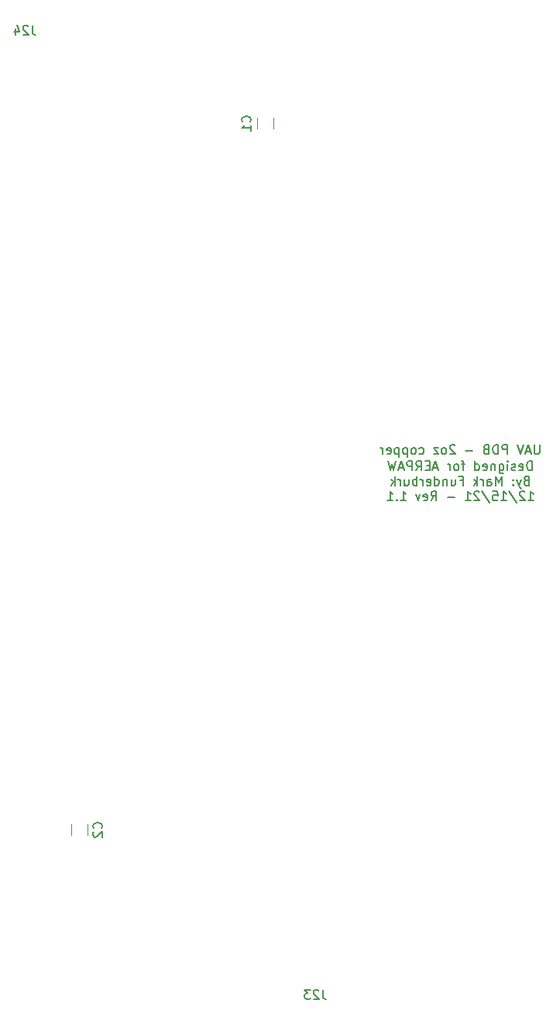
<source format=gbo>
%TF.GenerationSoftware,KiCad,Pcbnew,(5.1.12)-1*%
%TF.CreationDate,2021-12-14T20:27:31-05:00*%
%TF.ProjectId,PDB,5044422e-6b69-4636-9164-5f7063625858,rev?*%
%TF.SameCoordinates,Original*%
%TF.FileFunction,Legend,Bot*%
%TF.FilePolarity,Positive*%
%FSLAX46Y46*%
G04 Gerber Fmt 4.6, Leading zero omitted, Abs format (unit mm)*
G04 Created by KiCad (PCBNEW (5.1.12)-1) date 2021-12-14 20:27:31*
%MOMM*%
%LPD*%
G01*
G04 APERTURE LIST*
%ADD10C,0.150000*%
%ADD11C,0.120000*%
%ADD12C,1.400000*%
%ADD13R,3.500000X3.500000*%
%ADD14C,3.500000*%
%ADD15C,0.100000*%
%ADD16R,1.700000X1.700000*%
%ADD17O,1.700000X1.700000*%
%ADD18C,7.000000*%
%ADD19C,5.000000*%
%ADD20R,8.000000X14.000000*%
%ADD21C,4.000000*%
%ADD22C,6.400000*%
%ADD23R,6.000000X9.000000*%
%ADD24C,0.500000*%
%ADD25R,1.500000X1.500000*%
%ADD26C,1.500000*%
G04 APERTURE END LIST*
D10*
X260182857Y-117367814D02*
X260182857Y-118177338D01*
X260135238Y-118272576D01*
X260087619Y-118320195D01*
X259992380Y-118367814D01*
X259801904Y-118367814D01*
X259706666Y-118320195D01*
X259659047Y-118272576D01*
X259611428Y-118177338D01*
X259611428Y-117367814D01*
X259182857Y-118082100D02*
X258706666Y-118082100D01*
X259278095Y-118367814D02*
X258944761Y-117367814D01*
X258611428Y-118367814D01*
X258420952Y-117367814D02*
X258087619Y-118367814D01*
X257754285Y-117367814D01*
X256659047Y-118367814D02*
X256659047Y-117367814D01*
X256278095Y-117367814D01*
X256182857Y-117415434D01*
X256135238Y-117463053D01*
X256087619Y-117558291D01*
X256087619Y-117701148D01*
X256135238Y-117796386D01*
X256182857Y-117844005D01*
X256278095Y-117891624D01*
X256659047Y-117891624D01*
X255659047Y-118367814D02*
X255659047Y-117367814D01*
X255420952Y-117367814D01*
X255278095Y-117415434D01*
X255182857Y-117510672D01*
X255135238Y-117605910D01*
X255087619Y-117796386D01*
X255087619Y-117939243D01*
X255135238Y-118129719D01*
X255182857Y-118224957D01*
X255278095Y-118320195D01*
X255420952Y-118367814D01*
X255659047Y-118367814D01*
X254325714Y-117844005D02*
X254182857Y-117891624D01*
X254135238Y-117939243D01*
X254087619Y-118034481D01*
X254087619Y-118177338D01*
X254135238Y-118272576D01*
X254182857Y-118320195D01*
X254278095Y-118367814D01*
X254659047Y-118367814D01*
X254659047Y-117367814D01*
X254325714Y-117367814D01*
X254230476Y-117415434D01*
X254182857Y-117463053D01*
X254135238Y-117558291D01*
X254135238Y-117653529D01*
X254182857Y-117748767D01*
X254230476Y-117796386D01*
X254325714Y-117844005D01*
X254659047Y-117844005D01*
X252897142Y-117986862D02*
X252135238Y-117986862D01*
X250944761Y-117463053D02*
X250897142Y-117415434D01*
X250801904Y-117367814D01*
X250563809Y-117367814D01*
X250468571Y-117415434D01*
X250420952Y-117463053D01*
X250373333Y-117558291D01*
X250373333Y-117653529D01*
X250420952Y-117796386D01*
X250992380Y-118367814D01*
X250373333Y-118367814D01*
X249801904Y-118367814D02*
X249897142Y-118320195D01*
X249944761Y-118272576D01*
X249992380Y-118177338D01*
X249992380Y-117891624D01*
X249944761Y-117796386D01*
X249897142Y-117748767D01*
X249801904Y-117701148D01*
X249659047Y-117701148D01*
X249563809Y-117748767D01*
X249516190Y-117796386D01*
X249468571Y-117891624D01*
X249468571Y-118177338D01*
X249516190Y-118272576D01*
X249563809Y-118320195D01*
X249659047Y-118367814D01*
X249801904Y-118367814D01*
X249135238Y-117701148D02*
X248611428Y-117701148D01*
X249135238Y-118367814D01*
X248611428Y-118367814D01*
X247040000Y-118320195D02*
X247135238Y-118367814D01*
X247325714Y-118367814D01*
X247420952Y-118320195D01*
X247468571Y-118272576D01*
X247516190Y-118177338D01*
X247516190Y-117891624D01*
X247468571Y-117796386D01*
X247420952Y-117748767D01*
X247325714Y-117701148D01*
X247135238Y-117701148D01*
X247040000Y-117748767D01*
X246468571Y-118367814D02*
X246563809Y-118320195D01*
X246611428Y-118272576D01*
X246659047Y-118177338D01*
X246659047Y-117891624D01*
X246611428Y-117796386D01*
X246563809Y-117748767D01*
X246468571Y-117701148D01*
X246325714Y-117701148D01*
X246230476Y-117748767D01*
X246182857Y-117796386D01*
X246135238Y-117891624D01*
X246135238Y-118177338D01*
X246182857Y-118272576D01*
X246230476Y-118320195D01*
X246325714Y-118367814D01*
X246468571Y-118367814D01*
X245706666Y-117701148D02*
X245706666Y-118701148D01*
X245706666Y-117748767D02*
X245611428Y-117701148D01*
X245420952Y-117701148D01*
X245325714Y-117748767D01*
X245278095Y-117796386D01*
X245230476Y-117891624D01*
X245230476Y-118177338D01*
X245278095Y-118272576D01*
X245325714Y-118320195D01*
X245420952Y-118367814D01*
X245611428Y-118367814D01*
X245706666Y-118320195D01*
X244801904Y-117701148D02*
X244801904Y-118701148D01*
X244801904Y-117748767D02*
X244706666Y-117701148D01*
X244516190Y-117701148D01*
X244420952Y-117748767D01*
X244373333Y-117796386D01*
X244325714Y-117891624D01*
X244325714Y-118177338D01*
X244373333Y-118272576D01*
X244420952Y-118320195D01*
X244516190Y-118367814D01*
X244706666Y-118367814D01*
X244801904Y-118320195D01*
X243516190Y-118320195D02*
X243611428Y-118367814D01*
X243801904Y-118367814D01*
X243897142Y-118320195D01*
X243944761Y-118224957D01*
X243944761Y-117844005D01*
X243897142Y-117748767D01*
X243801904Y-117701148D01*
X243611428Y-117701148D01*
X243516190Y-117748767D01*
X243468571Y-117844005D01*
X243468571Y-117939243D01*
X243944761Y-118034481D01*
X243040000Y-118367814D02*
X243040000Y-117701148D01*
X243040000Y-117891624D02*
X242992380Y-117796386D01*
X242944761Y-117748767D01*
X242849523Y-117701148D01*
X242754285Y-117701148D01*
X259349523Y-120146814D02*
X259349523Y-119146814D01*
X259111428Y-119146814D01*
X258968571Y-119194434D01*
X258873333Y-119289672D01*
X258825714Y-119384910D01*
X258778095Y-119575386D01*
X258778095Y-119718243D01*
X258825714Y-119908719D01*
X258873333Y-120003957D01*
X258968571Y-120099195D01*
X259111428Y-120146814D01*
X259349523Y-120146814D01*
X257968571Y-120099195D02*
X258063809Y-120146814D01*
X258254285Y-120146814D01*
X258349523Y-120099195D01*
X258397142Y-120003957D01*
X258397142Y-119623005D01*
X258349523Y-119527767D01*
X258254285Y-119480148D01*
X258063809Y-119480148D01*
X257968571Y-119527767D01*
X257920952Y-119623005D01*
X257920952Y-119718243D01*
X258397142Y-119813481D01*
X257540000Y-120099195D02*
X257444761Y-120146814D01*
X257254285Y-120146814D01*
X257159047Y-120099195D01*
X257111428Y-120003957D01*
X257111428Y-119956338D01*
X257159047Y-119861100D01*
X257254285Y-119813481D01*
X257397142Y-119813481D01*
X257492380Y-119765862D01*
X257540000Y-119670624D01*
X257540000Y-119623005D01*
X257492380Y-119527767D01*
X257397142Y-119480148D01*
X257254285Y-119480148D01*
X257159047Y-119527767D01*
X256682857Y-120146814D02*
X256682857Y-119480148D01*
X256682857Y-119146814D02*
X256730476Y-119194434D01*
X256682857Y-119242053D01*
X256635238Y-119194434D01*
X256682857Y-119146814D01*
X256682857Y-119242053D01*
X255778095Y-119480148D02*
X255778095Y-120289672D01*
X255825714Y-120384910D01*
X255873333Y-120432529D01*
X255968571Y-120480148D01*
X256111428Y-120480148D01*
X256206666Y-120432529D01*
X255778095Y-120099195D02*
X255873333Y-120146814D01*
X256063809Y-120146814D01*
X256159047Y-120099195D01*
X256206666Y-120051576D01*
X256254285Y-119956338D01*
X256254285Y-119670624D01*
X256206666Y-119575386D01*
X256159047Y-119527767D01*
X256063809Y-119480148D01*
X255873333Y-119480148D01*
X255778095Y-119527767D01*
X255301904Y-119480148D02*
X255301904Y-120146814D01*
X255301904Y-119575386D02*
X255254285Y-119527767D01*
X255159047Y-119480148D01*
X255016190Y-119480148D01*
X254920952Y-119527767D01*
X254873333Y-119623005D01*
X254873333Y-120146814D01*
X254016190Y-120099195D02*
X254111428Y-120146814D01*
X254301904Y-120146814D01*
X254397142Y-120099195D01*
X254444761Y-120003957D01*
X254444761Y-119623005D01*
X254397142Y-119527767D01*
X254301904Y-119480148D01*
X254111428Y-119480148D01*
X254016190Y-119527767D01*
X253968571Y-119623005D01*
X253968571Y-119718243D01*
X254444761Y-119813481D01*
X253111428Y-120146814D02*
X253111428Y-119146814D01*
X253111428Y-120099195D02*
X253206666Y-120146814D01*
X253397142Y-120146814D01*
X253492380Y-120099195D01*
X253540000Y-120051576D01*
X253587619Y-119956338D01*
X253587619Y-119670624D01*
X253540000Y-119575386D01*
X253492380Y-119527767D01*
X253397142Y-119480148D01*
X253206666Y-119480148D01*
X253111428Y-119527767D01*
X252016190Y-119480148D02*
X251635238Y-119480148D01*
X251873333Y-120146814D02*
X251873333Y-119289672D01*
X251825714Y-119194434D01*
X251730476Y-119146814D01*
X251635238Y-119146814D01*
X251159047Y-120146814D02*
X251254285Y-120099195D01*
X251301904Y-120051576D01*
X251349523Y-119956338D01*
X251349523Y-119670624D01*
X251301904Y-119575386D01*
X251254285Y-119527767D01*
X251159047Y-119480148D01*
X251016190Y-119480148D01*
X250920952Y-119527767D01*
X250873333Y-119575386D01*
X250825714Y-119670624D01*
X250825714Y-119956338D01*
X250873333Y-120051576D01*
X250920952Y-120099195D01*
X251016190Y-120146814D01*
X251159047Y-120146814D01*
X250397142Y-120146814D02*
X250397142Y-119480148D01*
X250397142Y-119670624D02*
X250349523Y-119575386D01*
X250301904Y-119527767D01*
X250206666Y-119480148D01*
X250111428Y-119480148D01*
X249063809Y-119861100D02*
X248587619Y-119861100D01*
X249159047Y-120146814D02*
X248825714Y-119146814D01*
X248492380Y-120146814D01*
X248159047Y-119623005D02*
X247825714Y-119623005D01*
X247682857Y-120146814D02*
X248159047Y-120146814D01*
X248159047Y-119146814D01*
X247682857Y-119146814D01*
X246682857Y-120146814D02*
X247016190Y-119670624D01*
X247254285Y-120146814D02*
X247254285Y-119146814D01*
X246873333Y-119146814D01*
X246778095Y-119194434D01*
X246730476Y-119242053D01*
X246682857Y-119337291D01*
X246682857Y-119480148D01*
X246730476Y-119575386D01*
X246778095Y-119623005D01*
X246873333Y-119670624D01*
X247254285Y-119670624D01*
X246254285Y-120146814D02*
X246254285Y-119146814D01*
X245873333Y-119146814D01*
X245778095Y-119194434D01*
X245730476Y-119242053D01*
X245682857Y-119337291D01*
X245682857Y-119480148D01*
X245730476Y-119575386D01*
X245778095Y-119623005D01*
X245873333Y-119670624D01*
X246254285Y-119670624D01*
X245301904Y-119861100D02*
X244825714Y-119861100D01*
X245397142Y-120146814D02*
X245063809Y-119146814D01*
X244730476Y-120146814D01*
X244492380Y-119146814D02*
X244254285Y-120146814D01*
X244063809Y-119432529D01*
X243873333Y-120146814D01*
X243635238Y-119146814D01*
X258730476Y-121273005D02*
X258587619Y-121320624D01*
X258540000Y-121368243D01*
X258492380Y-121463481D01*
X258492380Y-121606338D01*
X258540000Y-121701576D01*
X258587619Y-121749195D01*
X258682857Y-121796814D01*
X259063809Y-121796814D01*
X259063809Y-120796814D01*
X258730476Y-120796814D01*
X258635238Y-120844434D01*
X258587619Y-120892053D01*
X258540000Y-120987291D01*
X258540000Y-121082529D01*
X258587619Y-121177767D01*
X258635238Y-121225386D01*
X258730476Y-121273005D01*
X259063809Y-121273005D01*
X258159047Y-121130148D02*
X257920952Y-121796814D01*
X257682857Y-121130148D02*
X257920952Y-121796814D01*
X258016190Y-122034910D01*
X258063809Y-122082529D01*
X258159047Y-122130148D01*
X257301904Y-121701576D02*
X257254285Y-121749195D01*
X257301904Y-121796814D01*
X257349523Y-121749195D01*
X257301904Y-121701576D01*
X257301904Y-121796814D01*
X257301904Y-121177767D02*
X257254285Y-121225386D01*
X257301904Y-121273005D01*
X257349523Y-121225386D01*
X257301904Y-121177767D01*
X257301904Y-121273005D01*
X256063809Y-121796814D02*
X256063809Y-120796814D01*
X255730476Y-121511100D01*
X255397142Y-120796814D01*
X255397142Y-121796814D01*
X254492380Y-121796814D02*
X254492380Y-121273005D01*
X254540000Y-121177767D01*
X254635238Y-121130148D01*
X254825714Y-121130148D01*
X254920952Y-121177767D01*
X254492380Y-121749195D02*
X254587619Y-121796814D01*
X254825714Y-121796814D01*
X254920952Y-121749195D01*
X254968571Y-121653957D01*
X254968571Y-121558719D01*
X254920952Y-121463481D01*
X254825714Y-121415862D01*
X254587619Y-121415862D01*
X254492380Y-121368243D01*
X254016190Y-121796814D02*
X254016190Y-121130148D01*
X254016190Y-121320624D02*
X253968571Y-121225386D01*
X253920952Y-121177767D01*
X253825714Y-121130148D01*
X253730476Y-121130148D01*
X253397142Y-121796814D02*
X253397142Y-120796814D01*
X253301904Y-121415862D02*
X253016190Y-121796814D01*
X253016190Y-121130148D02*
X253397142Y-121511100D01*
X251492380Y-121273005D02*
X251825714Y-121273005D01*
X251825714Y-121796814D02*
X251825714Y-120796814D01*
X251349523Y-120796814D01*
X250540000Y-121130148D02*
X250540000Y-121796814D01*
X250968571Y-121130148D02*
X250968571Y-121653957D01*
X250920952Y-121749195D01*
X250825714Y-121796814D01*
X250682857Y-121796814D01*
X250587619Y-121749195D01*
X250540000Y-121701576D01*
X250063809Y-121130148D02*
X250063809Y-121796814D01*
X250063809Y-121225386D02*
X250016190Y-121177767D01*
X249920952Y-121130148D01*
X249778095Y-121130148D01*
X249682857Y-121177767D01*
X249635238Y-121273005D01*
X249635238Y-121796814D01*
X248730476Y-121796814D02*
X248730476Y-120796814D01*
X248730476Y-121749195D02*
X248825714Y-121796814D01*
X249016190Y-121796814D01*
X249111428Y-121749195D01*
X249159047Y-121701576D01*
X249206666Y-121606338D01*
X249206666Y-121320624D01*
X249159047Y-121225386D01*
X249111428Y-121177767D01*
X249016190Y-121130148D01*
X248825714Y-121130148D01*
X248730476Y-121177767D01*
X247873333Y-121749195D02*
X247968571Y-121796814D01*
X248159047Y-121796814D01*
X248254285Y-121749195D01*
X248301904Y-121653957D01*
X248301904Y-121273005D01*
X248254285Y-121177767D01*
X248159047Y-121130148D01*
X247968571Y-121130148D01*
X247873333Y-121177767D01*
X247825714Y-121273005D01*
X247825714Y-121368243D01*
X248301904Y-121463481D01*
X247397142Y-121796814D02*
X247397142Y-121130148D01*
X247397142Y-121320624D02*
X247349523Y-121225386D01*
X247301904Y-121177767D01*
X247206666Y-121130148D01*
X247111428Y-121130148D01*
X246778095Y-121796814D02*
X246778095Y-120796814D01*
X246778095Y-121177767D02*
X246682857Y-121130148D01*
X246492380Y-121130148D01*
X246397142Y-121177767D01*
X246349523Y-121225386D01*
X246301904Y-121320624D01*
X246301904Y-121606338D01*
X246349523Y-121701576D01*
X246397142Y-121749195D01*
X246492380Y-121796814D01*
X246682857Y-121796814D01*
X246778095Y-121749195D01*
X245444761Y-121130148D02*
X245444761Y-121796814D01*
X245873333Y-121130148D02*
X245873333Y-121653957D01*
X245825714Y-121749195D01*
X245730476Y-121796814D01*
X245587619Y-121796814D01*
X245492380Y-121749195D01*
X245444761Y-121701576D01*
X244968571Y-121796814D02*
X244968571Y-121130148D01*
X244968571Y-121320624D02*
X244920952Y-121225386D01*
X244873333Y-121177767D01*
X244778095Y-121130148D01*
X244682857Y-121130148D01*
X244349523Y-121796814D02*
X244349523Y-120796814D01*
X244254285Y-121415862D02*
X243968571Y-121796814D01*
X243968571Y-121130148D02*
X244349523Y-121511100D01*
X258944761Y-123446814D02*
X259516190Y-123446814D01*
X259230476Y-123446814D02*
X259230476Y-122446814D01*
X259325714Y-122589672D01*
X259420952Y-122684910D01*
X259516190Y-122732529D01*
X258563809Y-122542053D02*
X258516190Y-122494434D01*
X258420952Y-122446814D01*
X258182857Y-122446814D01*
X258087619Y-122494434D01*
X258040000Y-122542053D01*
X257992380Y-122637291D01*
X257992380Y-122732529D01*
X258040000Y-122875386D01*
X258611428Y-123446814D01*
X257992380Y-123446814D01*
X256849523Y-122399195D02*
X257706666Y-123684910D01*
X255992380Y-123446814D02*
X256563809Y-123446814D01*
X256278095Y-123446814D02*
X256278095Y-122446814D01*
X256373333Y-122589672D01*
X256468571Y-122684910D01*
X256563809Y-122732529D01*
X255087619Y-122446814D02*
X255563809Y-122446814D01*
X255611428Y-122923005D01*
X255563809Y-122875386D01*
X255468571Y-122827767D01*
X255230476Y-122827767D01*
X255135238Y-122875386D01*
X255087619Y-122923005D01*
X255040000Y-123018243D01*
X255040000Y-123256338D01*
X255087619Y-123351576D01*
X255135238Y-123399195D01*
X255230476Y-123446814D01*
X255468571Y-123446814D01*
X255563809Y-123399195D01*
X255611428Y-123351576D01*
X253897142Y-122399195D02*
X254754285Y-123684910D01*
X253611428Y-122542053D02*
X253563809Y-122494434D01*
X253468571Y-122446814D01*
X253230476Y-122446814D01*
X253135238Y-122494434D01*
X253087619Y-122542053D01*
X253040000Y-122637291D01*
X253040000Y-122732529D01*
X253087619Y-122875386D01*
X253659047Y-123446814D01*
X253040000Y-123446814D01*
X252087619Y-123446814D02*
X252659047Y-123446814D01*
X252373333Y-123446814D02*
X252373333Y-122446814D01*
X252468571Y-122589672D01*
X252563809Y-122684910D01*
X252659047Y-122732529D01*
X250897142Y-123065862D02*
X250135238Y-123065862D01*
X248325714Y-123446814D02*
X248659047Y-122970624D01*
X248897142Y-123446814D02*
X248897142Y-122446814D01*
X248516190Y-122446814D01*
X248420952Y-122494434D01*
X248373333Y-122542053D01*
X248325714Y-122637291D01*
X248325714Y-122780148D01*
X248373333Y-122875386D01*
X248420952Y-122923005D01*
X248516190Y-122970624D01*
X248897142Y-122970624D01*
X247516190Y-123399195D02*
X247611428Y-123446814D01*
X247801904Y-123446814D01*
X247897142Y-123399195D01*
X247944761Y-123303957D01*
X247944761Y-122923005D01*
X247897142Y-122827767D01*
X247801904Y-122780148D01*
X247611428Y-122780148D01*
X247516190Y-122827767D01*
X247468571Y-122923005D01*
X247468571Y-123018243D01*
X247944761Y-123113481D01*
X247135238Y-122780148D02*
X246897142Y-123446814D01*
X246659047Y-122780148D01*
X244992380Y-123446814D02*
X245563809Y-123446814D01*
X245278095Y-123446814D02*
X245278095Y-122446814D01*
X245373333Y-122589672D01*
X245468571Y-122684910D01*
X245563809Y-122732529D01*
X244563809Y-123351576D02*
X244516190Y-123399195D01*
X244563809Y-123446814D01*
X244611428Y-123399195D01*
X244563809Y-123351576D01*
X244563809Y-123446814D01*
X243563809Y-123446814D02*
X244135238Y-123446814D01*
X243849523Y-123446814D02*
X243849523Y-122446814D01*
X243944761Y-122589672D01*
X244040000Y-122684910D01*
X244135238Y-122732529D01*
D11*
%TO.C,C2*%
X208974000Y-158842370D02*
X208974000Y-160046498D01*
X210794000Y-158842370D02*
X210794000Y-160046498D01*
%TO.C,C1*%
X229294000Y-82830498D02*
X229294000Y-81626370D01*
X231114000Y-82830498D02*
X231114000Y-81626370D01*
%TO.C,J24*%
D10*
X204724523Y-71521814D02*
X204724523Y-72236100D01*
X204772142Y-72378957D01*
X204867380Y-72474195D01*
X205010238Y-72521814D01*
X205105476Y-72521814D01*
X204295952Y-71617053D02*
X204248333Y-71569434D01*
X204153095Y-71521814D01*
X203915000Y-71521814D01*
X203819761Y-71569434D01*
X203772142Y-71617053D01*
X203724523Y-71712291D01*
X203724523Y-71807529D01*
X203772142Y-71950386D01*
X204343571Y-72521814D01*
X203724523Y-72521814D01*
X202867380Y-71855148D02*
X202867380Y-72521814D01*
X203105476Y-71474195D02*
X203343571Y-72188481D01*
X202724523Y-72188481D01*
%TO.C,J23*%
X236474523Y-176931814D02*
X236474523Y-177646100D01*
X236522142Y-177788957D01*
X236617380Y-177884195D01*
X236760238Y-177931814D01*
X236855476Y-177931814D01*
X236045952Y-177027053D02*
X235998333Y-176979434D01*
X235903095Y-176931814D01*
X235665000Y-176931814D01*
X235569761Y-176979434D01*
X235522142Y-177027053D01*
X235474523Y-177122291D01*
X235474523Y-177217529D01*
X235522142Y-177360386D01*
X236093571Y-177931814D01*
X235474523Y-177931814D01*
X235141190Y-176931814D02*
X234522142Y-176931814D01*
X234855476Y-177312767D01*
X234712619Y-177312767D01*
X234617380Y-177360386D01*
X234569761Y-177408005D01*
X234522142Y-177503243D01*
X234522142Y-177741338D01*
X234569761Y-177836576D01*
X234617380Y-177884195D01*
X234712619Y-177931814D01*
X234998333Y-177931814D01*
X235093571Y-177884195D01*
X235141190Y-177836576D01*
%TO.C,C2*%
X212273142Y-159277767D02*
X212320761Y-159230148D01*
X212368380Y-159087291D01*
X212368380Y-158992053D01*
X212320761Y-158849195D01*
X212225523Y-158753957D01*
X212130285Y-158706338D01*
X211939809Y-158658719D01*
X211796952Y-158658719D01*
X211606476Y-158706338D01*
X211511238Y-158753957D01*
X211416000Y-158849195D01*
X211368380Y-158992053D01*
X211368380Y-159087291D01*
X211416000Y-159230148D01*
X211463619Y-159277767D01*
X211463619Y-159658719D02*
X211416000Y-159706338D01*
X211368380Y-159801576D01*
X211368380Y-160039672D01*
X211416000Y-160134910D01*
X211463619Y-160182529D01*
X211558857Y-160230148D01*
X211654095Y-160230148D01*
X211796952Y-160182529D01*
X212368380Y-159611100D01*
X212368380Y-160230148D01*
%TO.C,C1*%
X228529142Y-82061767D02*
X228576761Y-82014148D01*
X228624380Y-81871291D01*
X228624380Y-81776053D01*
X228576761Y-81633195D01*
X228481523Y-81537957D01*
X228386285Y-81490338D01*
X228195809Y-81442719D01*
X228052952Y-81442719D01*
X227862476Y-81490338D01*
X227767238Y-81537957D01*
X227672000Y-81633195D01*
X227624380Y-81776053D01*
X227624380Y-81871291D01*
X227672000Y-82014148D01*
X227719619Y-82061767D01*
X228624380Y-83014148D02*
X228624380Y-82442719D01*
X228624380Y-82728434D02*
X227624380Y-82728434D01*
X227767238Y-82633195D01*
X227862476Y-82537957D01*
X227910095Y-82442719D01*
%TD*%
%LPC*%
D12*
%TO.C,J20*%
X218646000Y-173080434D03*
X207646000Y-173080434D03*
D13*
X215646000Y-168080434D03*
D14*
X210646000Y-168080434D03*
%TD*%
D15*
%TO.C,J5*%
G36*
X192337918Y-144574434D02*
G01*
X193540000Y-143372352D01*
X194742082Y-144574434D01*
X193540000Y-145776516D01*
X192337918Y-144574434D01*
G37*
G36*
G01*
X194735010Y-145769444D02*
X194735010Y-145769444D01*
G75*
G02*
X195937092Y-145769444I601041J-601041D01*
G01*
X195937092Y-145769444D01*
G75*
G02*
X195937092Y-146971526I-601041J-601041D01*
G01*
X195937092Y-146971526D01*
G75*
G02*
X194735010Y-146971526I-601041J601041D01*
G01*
X194735010Y-146971526D01*
G75*
G02*
X194735010Y-145769444I601041J601041D01*
G01*
G37*
G36*
G01*
X191142908Y-145769444D02*
X191142908Y-145769444D01*
G75*
G02*
X192344990Y-145769444I601041J-601041D01*
G01*
X192344990Y-145769444D01*
G75*
G02*
X192344990Y-146971526I-601041J-601041D01*
G01*
X192344990Y-146971526D01*
G75*
G02*
X191142908Y-146971526I-601041J601041D01*
G01*
X191142908Y-146971526D01*
G75*
G02*
X191142908Y-145769444I601041J601041D01*
G01*
G37*
G36*
G01*
X192938959Y-147565495D02*
X192938959Y-147565495D01*
G75*
G02*
X194141041Y-147565495I601041J-601041D01*
G01*
X194141041Y-147565495D01*
G75*
G02*
X194141041Y-148767577I-601041J-601041D01*
G01*
X194141041Y-148767577D01*
G75*
G02*
X192938959Y-148767577I-601041J601041D01*
G01*
X192938959Y-148767577D01*
G75*
G02*
X192938959Y-147565495I601041J601041D01*
G01*
G37*
G36*
G01*
X189346857Y-147565495D02*
X189346857Y-147565495D01*
G75*
G02*
X190548939Y-147565495I601041J-601041D01*
G01*
X190548939Y-147565495D01*
G75*
G02*
X190548939Y-148767577I-601041J-601041D01*
G01*
X190548939Y-148767577D01*
G75*
G02*
X189346857Y-148767577I-601041J601041D01*
G01*
X189346857Y-148767577D01*
G75*
G02*
X189346857Y-147565495I601041J601041D01*
G01*
G37*
G36*
G01*
X191142908Y-149361547D02*
X191142908Y-149361547D01*
G75*
G02*
X192344990Y-149361547I601041J-601041D01*
G01*
X192344990Y-149361547D01*
G75*
G02*
X192344990Y-150563629I-601041J-601041D01*
G01*
X192344990Y-150563629D01*
G75*
G02*
X191142908Y-150563629I-601041J601041D01*
G01*
X191142908Y-150563629D01*
G75*
G02*
X191142908Y-149361547I601041J601041D01*
G01*
G37*
%TD*%
D16*
%TO.C,J4*%
X245790000Y-145574434D03*
D17*
X248330000Y-145574434D03*
X245790000Y-148114434D03*
X248330000Y-148114434D03*
X245790000Y-150654434D03*
X248330000Y-150654434D03*
%TD*%
D15*
%TO.C,J3*%
G36*
X247492082Y-95324434D02*
G01*
X246290000Y-96526516D01*
X245087918Y-95324434D01*
X246290000Y-94122352D01*
X247492082Y-95324434D01*
G37*
G36*
G01*
X245094990Y-94129424D02*
X245094990Y-94129424D01*
G75*
G02*
X243892908Y-94129424I-601041J601041D01*
G01*
X243892908Y-94129424D01*
G75*
G02*
X243892908Y-92927342I601041J601041D01*
G01*
X243892908Y-92927342D01*
G75*
G02*
X245094990Y-92927342I601041J-601041D01*
G01*
X245094990Y-92927342D01*
G75*
G02*
X245094990Y-94129424I-601041J-601041D01*
G01*
G37*
G36*
G01*
X248687092Y-94129424D02*
X248687092Y-94129424D01*
G75*
G02*
X247485010Y-94129424I-601041J601041D01*
G01*
X247485010Y-94129424D01*
G75*
G02*
X247485010Y-92927342I601041J601041D01*
G01*
X247485010Y-92927342D01*
G75*
G02*
X248687092Y-92927342I601041J-601041D01*
G01*
X248687092Y-92927342D01*
G75*
G02*
X248687092Y-94129424I-601041J-601041D01*
G01*
G37*
G36*
G01*
X246891041Y-92333373D02*
X246891041Y-92333373D01*
G75*
G02*
X245688959Y-92333373I-601041J601041D01*
G01*
X245688959Y-92333373D01*
G75*
G02*
X245688959Y-91131291I601041J601041D01*
G01*
X245688959Y-91131291D01*
G75*
G02*
X246891041Y-91131291I601041J-601041D01*
G01*
X246891041Y-91131291D01*
G75*
G02*
X246891041Y-92333373I-601041J-601041D01*
G01*
G37*
G36*
G01*
X250483143Y-92333373D02*
X250483143Y-92333373D01*
G75*
G02*
X249281061Y-92333373I-601041J601041D01*
G01*
X249281061Y-92333373D01*
G75*
G02*
X249281061Y-91131291I601041J601041D01*
G01*
X249281061Y-91131291D01*
G75*
G02*
X250483143Y-91131291I601041J-601041D01*
G01*
X250483143Y-91131291D01*
G75*
G02*
X250483143Y-92333373I-601041J-601041D01*
G01*
G37*
G36*
G01*
X248687092Y-90537321D02*
X248687092Y-90537321D01*
G75*
G02*
X247485010Y-90537321I-601041J601041D01*
G01*
X247485010Y-90537321D01*
G75*
G02*
X247485010Y-89335239I601041J601041D01*
G01*
X247485010Y-89335239D01*
G75*
G02*
X248687092Y-89335239I601041J-601041D01*
G01*
X248687092Y-89335239D01*
G75*
G02*
X248687092Y-90537321I-601041J-601041D01*
G01*
G37*
%TD*%
%TO.C,J6*%
G36*
X195040000Y-92372352D02*
G01*
X196242082Y-93574434D01*
X195040000Y-94776516D01*
X193837918Y-93574434D01*
X195040000Y-92372352D01*
G37*
G36*
G01*
X193844990Y-94769444D02*
X193844990Y-94769444D01*
G75*
G02*
X193844990Y-95971526I-601041J-601041D01*
G01*
X193844990Y-95971526D01*
G75*
G02*
X192642908Y-95971526I-601041J601041D01*
G01*
X192642908Y-95971526D01*
G75*
G02*
X192642908Y-94769444I601041J601041D01*
G01*
X192642908Y-94769444D01*
G75*
G02*
X193844990Y-94769444I601041J-601041D01*
G01*
G37*
G36*
G01*
X193844990Y-91177342D02*
X193844990Y-91177342D01*
G75*
G02*
X193844990Y-92379424I-601041J-601041D01*
G01*
X193844990Y-92379424D01*
G75*
G02*
X192642908Y-92379424I-601041J601041D01*
G01*
X192642908Y-92379424D01*
G75*
G02*
X192642908Y-91177342I601041J601041D01*
G01*
X192642908Y-91177342D01*
G75*
G02*
X193844990Y-91177342I601041J-601041D01*
G01*
G37*
G36*
G01*
X192048939Y-92973393D02*
X192048939Y-92973393D01*
G75*
G02*
X192048939Y-94175475I-601041J-601041D01*
G01*
X192048939Y-94175475D01*
G75*
G02*
X190846857Y-94175475I-601041J601041D01*
G01*
X190846857Y-94175475D01*
G75*
G02*
X190846857Y-92973393I601041J601041D01*
G01*
X190846857Y-92973393D01*
G75*
G02*
X192048939Y-92973393I601041J-601041D01*
G01*
G37*
G36*
G01*
X192048939Y-89381291D02*
X192048939Y-89381291D01*
G75*
G02*
X192048939Y-90583373I-601041J-601041D01*
G01*
X192048939Y-90583373D01*
G75*
G02*
X190846857Y-90583373I-601041J601041D01*
G01*
X190846857Y-90583373D01*
G75*
G02*
X190846857Y-89381291I601041J601041D01*
G01*
X190846857Y-89381291D01*
G75*
G02*
X192048939Y-89381291I601041J-601041D01*
G01*
G37*
G36*
G01*
X190252887Y-91177342D02*
X190252887Y-91177342D01*
G75*
G02*
X190252887Y-92379424I-601041J-601041D01*
G01*
X190252887Y-92379424D01*
G75*
G02*
X189050805Y-92379424I-601041J601041D01*
G01*
X189050805Y-92379424D01*
G75*
G02*
X189050805Y-91177342I601041J601041D01*
G01*
X189050805Y-91177342D01*
G75*
G02*
X190252887Y-91177342I601041J-601041D01*
G01*
G37*
%TD*%
D18*
%TO.C,J24*%
X203915000Y-67369434D03*
D19*
X203915000Y-67369434D03*
%TD*%
D18*
%TO.C,J23*%
X235665000Y-172779434D03*
D19*
X235665000Y-172779434D03*
%TD*%
D20*
%TO.C,J1*%
X220425000Y-70074434D03*
%TD*%
%TO.C,J2*%
X219409000Y-170074434D03*
%TD*%
D12*
%TO.C,J19*%
X221362000Y-67322434D03*
X232362000Y-67322434D03*
D13*
X224362000Y-72322434D03*
D14*
X229362000Y-72322434D03*
%TD*%
%TO.C,C2*%
G36*
G01*
X209259000Y-157244434D02*
X210509000Y-157244434D01*
G75*
G02*
X210759000Y-157494434I0J-250000D01*
G01*
X210759000Y-158419434D01*
G75*
G02*
X210509000Y-158669434I-250000J0D01*
G01*
X209259000Y-158669434D01*
G75*
G02*
X209009000Y-158419434I0J250000D01*
G01*
X209009000Y-157494434D01*
G75*
G02*
X209259000Y-157244434I250000J0D01*
G01*
G37*
G36*
G01*
X209259000Y-160219434D02*
X210509000Y-160219434D01*
G75*
G02*
X210759000Y-160469434I0J-250000D01*
G01*
X210759000Y-161394434D01*
G75*
G02*
X210509000Y-161644434I-250000J0D01*
G01*
X209259000Y-161644434D01*
G75*
G02*
X209009000Y-161394434I0J250000D01*
G01*
X209009000Y-160469434D01*
G75*
G02*
X209259000Y-160219434I250000J0D01*
G01*
G37*
%TD*%
%TO.C,C1*%
G36*
G01*
X230829000Y-81453434D02*
X229579000Y-81453434D01*
G75*
G02*
X229329000Y-81203434I0J250000D01*
G01*
X229329000Y-80278434D01*
G75*
G02*
X229579000Y-80028434I250000J0D01*
G01*
X230829000Y-80028434D01*
G75*
G02*
X231079000Y-80278434I0J-250000D01*
G01*
X231079000Y-81203434D01*
G75*
G02*
X230829000Y-81453434I-250000J0D01*
G01*
G37*
G36*
G01*
X230829000Y-84428434D02*
X229579000Y-84428434D01*
G75*
G02*
X229329000Y-84178434I0J250000D01*
G01*
X229329000Y-83253434D01*
G75*
G02*
X229579000Y-83003434I250000J0D01*
G01*
X230829000Y-83003434D01*
G75*
G02*
X231079000Y-83253434I0J-250000D01*
G01*
X231079000Y-84178434D01*
G75*
G02*
X230829000Y-84428434I-250000J0D01*
G01*
G37*
%TD*%
D21*
%TO.C,J11*%
X264790000Y-116474434D03*
X264790000Y-123674434D03*
G36*
G01*
X271440000Y-113624434D02*
X270140000Y-113624434D01*
G75*
G02*
X269990000Y-113474434I0J150000D01*
G01*
X269990000Y-113174434D01*
G75*
G02*
X270140000Y-113024434I150000J0D01*
G01*
X271440000Y-113024434D01*
G75*
G02*
X271590000Y-113174434I0J-150000D01*
G01*
X271590000Y-113474434D01*
G75*
G02*
X271440000Y-113624434I-150000J0D01*
G01*
G37*
G36*
G01*
X271440000Y-127124434D02*
X270140000Y-127124434D01*
G75*
G02*
X269990000Y-126974434I0J150000D01*
G01*
X269990000Y-126674434D01*
G75*
G02*
X270140000Y-126524434I150000J0D01*
G01*
X271440000Y-126524434D01*
G75*
G02*
X271590000Y-126674434I0J-150000D01*
G01*
X271590000Y-126974434D01*
G75*
G02*
X271440000Y-127124434I-150000J0D01*
G01*
G37*
%TD*%
%TO.C,J12*%
X260560926Y-139456685D03*
X256960926Y-145692067D03*
G36*
G01*
X267744995Y-140313513D02*
X266619161Y-139663513D01*
G75*
G02*
X266564257Y-139458609I75000J129904D01*
G01*
X266714257Y-139198801D01*
G75*
G02*
X266919161Y-139143897I129904J-75000D01*
G01*
X268044995Y-139793897D01*
G75*
G02*
X268099899Y-139998801I-75000J-129904D01*
G01*
X267949899Y-140258609D01*
G75*
G02*
X267744995Y-140313513I-129904J75000D01*
G01*
G37*
G36*
G01*
X260994995Y-152004855D02*
X259869161Y-151354855D01*
G75*
G02*
X259814257Y-151149951I75000J129904D01*
G01*
X259964257Y-150890143D01*
G75*
G02*
X260169161Y-150835239I129904J-75000D01*
G01*
X261294995Y-151485239D01*
G75*
G02*
X261349899Y-151690143I-75000J-129904D01*
G01*
X261199899Y-151949951D01*
G75*
G02*
X260994995Y-152004855I-129904J75000D01*
G01*
G37*
%TD*%
%TO.C,J13*%
X245407315Y-157245360D03*
X239171933Y-160845360D03*
G36*
G01*
X251200487Y-161579429D02*
X250550487Y-160453595D01*
G75*
G02*
X250605391Y-160248691I129904J75000D01*
G01*
X250865199Y-160098691D01*
G75*
G02*
X251070103Y-160153595I75000J-129904D01*
G01*
X251720103Y-161279429D01*
G75*
G02*
X251665199Y-161484333I-129904J-75000D01*
G01*
X251405391Y-161634333D01*
G75*
G02*
X251200487Y-161579429I-75000J129904D01*
G01*
G37*
G36*
G01*
X239509145Y-168329429D02*
X238859145Y-167203595D01*
G75*
G02*
X238914049Y-166998691I129904J75000D01*
G01*
X239173857Y-166848691D01*
G75*
G02*
X239378761Y-166903595I75000J-129904D01*
G01*
X240028761Y-168029429D01*
G75*
G02*
X239973857Y-168234333I-129904J-75000D01*
G01*
X239714049Y-168384333D01*
G75*
G02*
X239509145Y-168329429I-75000J129904D01*
G01*
G37*
%TD*%
%TO.C,J14*%
X200407315Y-160844926D03*
X194171933Y-157244926D03*
G36*
G01*
X199550487Y-168028995D02*
X200200487Y-166903161D01*
G75*
G02*
X200405391Y-166848257I129904J-75000D01*
G01*
X200665199Y-166998257D01*
G75*
G02*
X200720103Y-167203161I-75000J-129904D01*
G01*
X200070103Y-168328995D01*
G75*
G02*
X199865199Y-168383899I-129904J75000D01*
G01*
X199605391Y-168233899D01*
G75*
G02*
X199550487Y-168028995I75000J129904D01*
G01*
G37*
G36*
G01*
X187859145Y-161278995D02*
X188509145Y-160153161D01*
G75*
G02*
X188714049Y-160098257I129904J-75000D01*
G01*
X188973857Y-160248257D01*
G75*
G02*
X189028761Y-160453161I-75000J-129904D01*
G01*
X188378761Y-161578995D01*
G75*
G02*
X188173857Y-161633899I-129904J75000D01*
G01*
X187914049Y-161483899D01*
G75*
G02*
X187859145Y-161278995I75000J129904D01*
G01*
G37*
%TD*%
%TO.C,J15*%
X182618640Y-145691315D03*
X179018640Y-139455933D03*
G36*
G01*
X178284571Y-151484487D02*
X179410405Y-150834487D01*
G75*
G02*
X179615309Y-150889391I75000J-129904D01*
G01*
X179765309Y-151149199D01*
G75*
G02*
X179710405Y-151354103I-129904J-75000D01*
G01*
X178584571Y-152004103D01*
G75*
G02*
X178379667Y-151949199I-75000J129904D01*
G01*
X178229667Y-151689391D01*
G75*
G02*
X178284571Y-151484487I129904J75000D01*
G01*
G37*
G36*
G01*
X171534571Y-139793145D02*
X172660405Y-139143145D01*
G75*
G02*
X172865309Y-139198049I75000J-129904D01*
G01*
X173015309Y-139457857D01*
G75*
G02*
X172960405Y-139662761I-129904J-75000D01*
G01*
X171834571Y-140312761D01*
G75*
G02*
X171629667Y-140257857I-75000J129904D01*
G01*
X171479667Y-139998049D01*
G75*
G02*
X171534571Y-139793145I129904J75000D01*
G01*
G37*
%TD*%
%TO.C,J16*%
X174790000Y-123673566D03*
X174790000Y-116473566D03*
G36*
G01*
X168140000Y-126523566D02*
X169440000Y-126523566D01*
G75*
G02*
X169590000Y-126673566I0J-150000D01*
G01*
X169590000Y-126973566D01*
G75*
G02*
X169440000Y-127123566I-150000J0D01*
G01*
X168140000Y-127123566D01*
G75*
G02*
X167990000Y-126973566I0J150000D01*
G01*
X167990000Y-126673566D01*
G75*
G02*
X168140000Y-126523566I150000J0D01*
G01*
G37*
G36*
G01*
X168140000Y-113023566D02*
X169440000Y-113023566D01*
G75*
G02*
X169590000Y-113173566I0J-150000D01*
G01*
X169590000Y-113473566D01*
G75*
G02*
X169440000Y-113623566I-150000J0D01*
G01*
X168140000Y-113623566D01*
G75*
G02*
X167990000Y-113473566I0J150000D01*
G01*
X167990000Y-113173566D01*
G75*
G02*
X168140000Y-113023566I150000J0D01*
G01*
G37*
%TD*%
%TO.C,J17*%
X179019074Y-100691315D03*
X182619074Y-94455933D03*
G36*
G01*
X171835005Y-99834487D02*
X172960839Y-100484487D01*
G75*
G02*
X173015743Y-100689391I-75000J-129904D01*
G01*
X172865743Y-100949199D01*
G75*
G02*
X172660839Y-101004103I-129904J75000D01*
G01*
X171535005Y-100354103D01*
G75*
G02*
X171480101Y-100149199I75000J129904D01*
G01*
X171630101Y-99889391D01*
G75*
G02*
X171835005Y-99834487I129904J-75000D01*
G01*
G37*
G36*
G01*
X178585005Y-88143145D02*
X179710839Y-88793145D01*
G75*
G02*
X179765743Y-88998049I-75000J-129904D01*
G01*
X179615743Y-89257857D01*
G75*
G02*
X179410839Y-89312761I-129904J75000D01*
G01*
X178285005Y-88662761D01*
G75*
G02*
X178230101Y-88457857I75000J129904D01*
G01*
X178380101Y-88198049D01*
G75*
G02*
X178585005Y-88143145I129904J-75000D01*
G01*
G37*
%TD*%
%TO.C,J18*%
X194172685Y-82902640D03*
X200408067Y-79302640D03*
G36*
G01*
X188379513Y-78568571D02*
X189029513Y-79694405D01*
G75*
G02*
X188974609Y-79899309I-129904J-75000D01*
G01*
X188714801Y-80049309D01*
G75*
G02*
X188509897Y-79994405I-75000J129904D01*
G01*
X187859897Y-78868571D01*
G75*
G02*
X187914801Y-78663667I129904J75000D01*
G01*
X188174609Y-78513667D01*
G75*
G02*
X188379513Y-78568571I75000J-129904D01*
G01*
G37*
G36*
G01*
X200070855Y-71818571D02*
X200720855Y-72944405D01*
G75*
G02*
X200665951Y-73149309I-129904J-75000D01*
G01*
X200406143Y-73299309D01*
G75*
G02*
X200201239Y-73244405I-75000J129904D01*
G01*
X199551239Y-72118571D01*
G75*
G02*
X199606143Y-71913667I129904J75000D01*
G01*
X199865951Y-71763667D01*
G75*
G02*
X200070855Y-71818571I75000J-129904D01*
G01*
G37*
%TD*%
%TO.C,J9*%
X239172685Y-79303074D03*
X245408067Y-82903074D03*
G36*
G01*
X240029513Y-72119005D02*
X239379513Y-73244839D01*
G75*
G02*
X239174609Y-73299743I-129904J75000D01*
G01*
X238914801Y-73149743D01*
G75*
G02*
X238859897Y-72944839I75000J129904D01*
G01*
X239509897Y-71819005D01*
G75*
G02*
X239714801Y-71764101I129904J-75000D01*
G01*
X239974609Y-71914101D01*
G75*
G02*
X240029513Y-72119005I-75000J-129904D01*
G01*
G37*
G36*
G01*
X251720855Y-78869005D02*
X251070855Y-79994839D01*
G75*
G02*
X250865951Y-80049743I-129904J75000D01*
G01*
X250606143Y-79899743D01*
G75*
G02*
X250551239Y-79694839I75000J129904D01*
G01*
X251201239Y-78569005D01*
G75*
G02*
X251406143Y-78514101I129904J-75000D01*
G01*
X251665951Y-78664101D01*
G75*
G02*
X251720855Y-78869005I-75000J-129904D01*
G01*
G37*
%TD*%
%TO.C,J10*%
X256961360Y-94456685D03*
X260561360Y-100692067D03*
G36*
G01*
X261295429Y-88663513D02*
X260169595Y-89313513D01*
G75*
G02*
X259964691Y-89258609I-75000J129904D01*
G01*
X259814691Y-88998801D01*
G75*
G02*
X259869595Y-88793897I129904J75000D01*
G01*
X260995429Y-88143897D01*
G75*
G02*
X261200333Y-88198801I75000J-129904D01*
G01*
X261350333Y-88458609D01*
G75*
G02*
X261295429Y-88663513I-129904J-75000D01*
G01*
G37*
G36*
G01*
X268045429Y-100354855D02*
X266919595Y-101004855D01*
G75*
G02*
X266714691Y-100949951I-75000J129904D01*
G01*
X266564691Y-100690143D01*
G75*
G02*
X266619595Y-100485239I129904J75000D01*
G01*
X267745429Y-99835239D01*
G75*
G02*
X267950333Y-99890143I75000J-129904D01*
G01*
X268100333Y-100149951D01*
G75*
G02*
X268045429Y-100354855I-129904J-75000D01*
G01*
G37*
%TD*%
D22*
%TO.C,M1*%
X258790000Y-81074434D03*
%TD*%
%TO.C,M4*%
X180790000Y-81074434D03*
%TD*%
%TO.C,M2*%
X258790000Y-159074434D03*
%TD*%
%TO.C,M3*%
X180790000Y-159074434D03*
%TD*%
D23*
%TO.C,U2*%
X212040000Y-76324434D03*
X212040000Y-86324434D03*
D24*
X210040000Y-86324434D03*
X210040000Y-85024434D03*
X210040000Y-83724434D03*
X210040000Y-87624434D03*
X210040000Y-88924434D03*
X212040000Y-82574434D03*
X212040000Y-90074434D03*
X214040000Y-88924434D03*
X214040000Y-87624434D03*
X214040000Y-86324434D03*
X214040000Y-85024434D03*
X214040000Y-83724434D03*
X212040000Y-80074434D03*
X212040000Y-72574434D03*
X210040000Y-78924434D03*
X210040000Y-77624434D03*
X210040000Y-76324434D03*
X210040000Y-75024434D03*
X210040000Y-73724434D03*
X214040000Y-78924434D03*
X214040000Y-77624434D03*
X214040000Y-76324434D03*
X214040000Y-75024434D03*
X214040000Y-73724434D03*
D25*
X233440000Y-83234434D03*
D26*
X233440000Y-81324434D03*
X233440000Y-79414434D03*
%TD*%
D23*
%TO.C,U1*%
X227790000Y-164574434D03*
X227790000Y-154574434D03*
D24*
X229790000Y-154574434D03*
X229790000Y-155874434D03*
X229790000Y-157174434D03*
X229790000Y-153274434D03*
X229790000Y-151974434D03*
X227790000Y-158324434D03*
X227790000Y-150824434D03*
X225790000Y-151974434D03*
X225790000Y-153274434D03*
X225790000Y-154574434D03*
X225790000Y-155874434D03*
X225790000Y-157174434D03*
X227790000Y-160824434D03*
X227790000Y-168324434D03*
X229790000Y-161974434D03*
X229790000Y-163274434D03*
X229790000Y-164574434D03*
X229790000Y-165874434D03*
X229790000Y-167174434D03*
X225790000Y-161974434D03*
X225790000Y-163274434D03*
X225790000Y-164574434D03*
X225790000Y-165874434D03*
X225790000Y-167174434D03*
D25*
X206390000Y-157664434D03*
D26*
X206390000Y-159574434D03*
X206390000Y-161484434D03*
%TD*%
M02*

</source>
